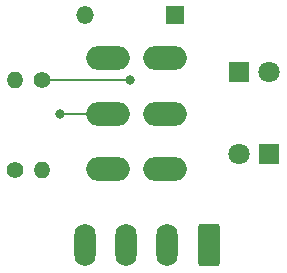
<source format=gbr>
%TF.GenerationSoftware,KiCad,Pcbnew,8.0.8*%
%TF.CreationDate,2025-02-01T16:22:36+01:00*%
%TF.ProjectId,pointControl,706f696e-7443-46f6-9e74-726f6c2e6b69,rev?*%
%TF.SameCoordinates,Original*%
%TF.FileFunction,Copper,L2,Bot*%
%TF.FilePolarity,Positive*%
%FSLAX46Y46*%
G04 Gerber Fmt 4.6, Leading zero omitted, Abs format (unit mm)*
G04 Created by KiCad (PCBNEW 8.0.8) date 2025-02-01 16:22:36*
%MOMM*%
%LPD*%
G01*
G04 APERTURE LIST*
G04 Aperture macros list*
%AMRoundRect*
0 Rectangle with rounded corners*
0 $1 Rounding radius*
0 $2 $3 $4 $5 $6 $7 $8 $9 X,Y pos of 4 corners*
0 Add a 4 corners polygon primitive as box body*
4,1,4,$2,$3,$4,$5,$6,$7,$8,$9,$2,$3,0*
0 Add four circle primitives for the rounded corners*
1,1,$1+$1,$2,$3*
1,1,$1+$1,$4,$5*
1,1,$1+$1,$6,$7*
1,1,$1+$1,$8,$9*
0 Add four rect primitives between the rounded corners*
20,1,$1+$1,$2,$3,$4,$5,0*
20,1,$1+$1,$4,$5,$6,$7,0*
20,1,$1+$1,$6,$7,$8,$9,0*
20,1,$1+$1,$8,$9,$2,$3,0*%
G04 Aperture macros list end*
%TA.AperFunction,ComponentPad*%
%ADD10RoundRect,0.250000X0.650000X1.550000X-0.650000X1.550000X-0.650000X-1.550000X0.650000X-1.550000X0*%
%TD*%
%TA.AperFunction,ComponentPad*%
%ADD11O,1.800000X3.600000*%
%TD*%
%TA.AperFunction,ComponentPad*%
%ADD12R,1.800000X1.800000*%
%TD*%
%TA.AperFunction,ComponentPad*%
%ADD13C,1.800000*%
%TD*%
%TA.AperFunction,ComponentPad*%
%ADD14C,1.400000*%
%TD*%
%TA.AperFunction,ComponentPad*%
%ADD15O,1.400000X1.400000*%
%TD*%
%TA.AperFunction,ComponentPad*%
%ADD16R,1.500000X1.500000*%
%TD*%
%TA.AperFunction,ComponentPad*%
%ADD17O,1.500000X1.500000*%
%TD*%
%TA.AperFunction,ComponentPad*%
%ADD18O,3.700000X2.000000*%
%TD*%
%TA.AperFunction,ViaPad*%
%ADD19C,0.800000*%
%TD*%
%TA.AperFunction,Conductor*%
%ADD20C,0.200000*%
%TD*%
G04 APERTURE END LIST*
D10*
%TO.P,J1,1,Pin_1*%
%TO.N,Net-(J1-Pin_1)*%
X159639000Y-84000000D03*
D11*
%TO.P,J1,2,Pin_2*%
%TO.N,Net-(D_NEG2-A)*%
X156139000Y-84000000D03*
%TO.P,J1,3,Pin_3*%
%TO.N,/negIn*%
X152639000Y-84000000D03*
%TO.P,J1,4,Pin_4*%
%TO.N,Net-(D1-A)*%
X149139000Y-84000000D03*
%TD*%
D12*
%TO.P,D_POS3,1,K*%
%TO.N,Net-(D_NEG2-A)*%
X162230000Y-69300000D03*
D13*
%TO.P,D_POS3,2,A*%
%TO.N,Net-(D_POS3-A)*%
X164770000Y-69300000D03*
%TD*%
D14*
%TO.P,R1,1*%
%TO.N,Net-(J1-Pin_1)*%
X143239000Y-77620000D03*
D15*
%TO.P,R1,2*%
%TO.N,Net-(D_NEG2-K)*%
X143239000Y-70000000D03*
%TD*%
D16*
%TO.P,D1,1,K*%
%TO.N,/posIn*%
X156815000Y-64500000D03*
D17*
%TO.P,D1,2,A*%
%TO.N,Net-(D1-A)*%
X149195000Y-64500000D03*
%TD*%
D18*
%TO.P,SW1,1,A*%
%TO.N,/posIn*%
X151143000Y-77550000D03*
%TO.P,SW1,2,B*%
%TO.N,Net-(J1-Pin_1)*%
X151143000Y-72850000D03*
%TO.P,SW1,3,C*%
%TO.N,/negIn*%
X151143000Y-68150000D03*
%TO.P,SW1,4,A*%
X155943000Y-77550000D03*
%TO.P,SW1,5,B*%
%TO.N,Net-(D_NEG2-A)*%
X155943000Y-72850000D03*
%TO.P,SW1,6,C*%
%TO.N,/posIn*%
X155943000Y-68150000D03*
%TD*%
D12*
%TO.P,D_NEG2,1,K*%
%TO.N,Net-(D_NEG2-K)*%
X164770000Y-76300000D03*
D13*
%TO.P,D_NEG2,2,A*%
%TO.N,Net-(D_NEG2-A)*%
X162230000Y-76300000D03*
%TD*%
D14*
%TO.P,R2,1*%
%TO.N,Net-(D_POS3-A)*%
X145500000Y-70000000D03*
D15*
%TO.P,R2,2*%
%TO.N,Net-(J1-Pin_1)*%
X145500000Y-77620000D03*
%TD*%
D19*
%TO.N,Net-(J1-Pin_1)*%
X147000000Y-72898000D03*
%TO.N,Net-(D_POS3-A)*%
X153000000Y-70000000D03*
%TD*%
D20*
%TO.N,Net-(J1-Pin_1)*%
X147000000Y-72898000D02*
X147048000Y-72850000D01*
X147048000Y-72850000D02*
X151143000Y-72850000D01*
%TO.N,Net-(D_POS3-A)*%
X145500000Y-70000000D02*
X153000000Y-70000000D01*
%TD*%
M02*

</source>
